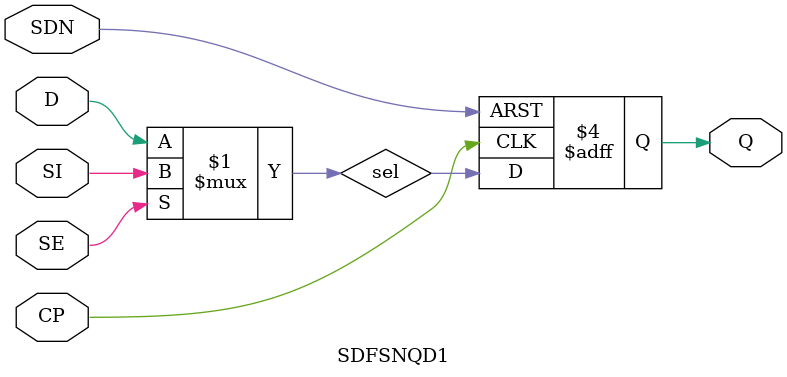
<source format=v>
`define VLIB_BYPASS_POWER_CG
`define NV_FPGA_FIFOGEN
`define FIFOGEN_MASTER_CLK_GATING_DISABLED
`define FPGA
`define SYNTHESIS

module SDFSNQD1 (
  SI
 ,D
 ,SE
 ,CP
 ,SDN
 ,Q
 );
input SI ;
input D ;
input SE ;
input CP ;
input SDN ;
output Q ;
reg Q;
assign sel = SE ? SI : D;
always @(posedge CP or negedge SDN)
begin
    if(~SDN)
        Q <= 1'b1;
    else
        Q <= sel;
end
endmodule

</source>
